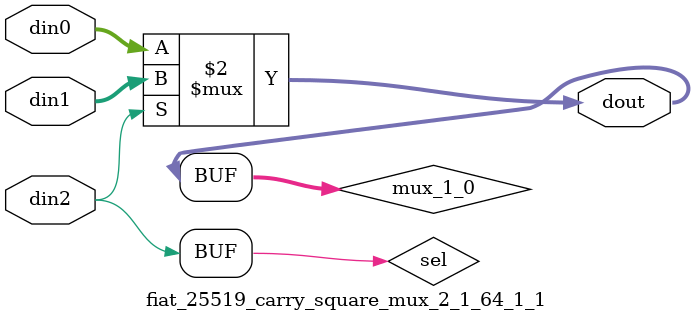
<source format=v>

`timescale 1ns/1ps

module fiat_25519_carry_square_mux_2_1_64_1_1 #(
parameter
    ID                = 0,
    NUM_STAGE         = 1,
    din0_WIDTH       = 32,
    din1_WIDTH       = 32,
    din2_WIDTH         = 32,
    dout_WIDTH            = 32
)(
    input  [63 : 0]     din0,
    input  [63 : 0]     din1,
    input  [0 : 0]    din2,
    output [63 : 0]   dout);

// puts internal signals
wire [0 : 0]     sel;
// level 1 signals
wire [63 : 0]         mux_1_0;

assign sel = din2;

// Generate level 1 logic
assign mux_1_0 = (sel[0] == 0)? din0 : din1;

// output logic
assign dout = mux_1_0;

endmodule

</source>
